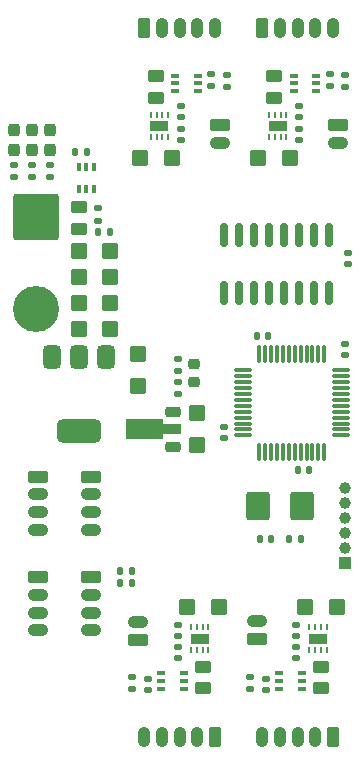
<source format=gts>
G04 #@! TF.GenerationSoftware,KiCad,Pcbnew,9.0.2*
G04 #@! TF.CreationDate,2025-07-21T23:06:58-07:00*
G04 #@! TF.ProjectId,servo-drive,73657276-6f2d-4647-9269-76652e6b6963,rev?*
G04 #@! TF.SameCoordinates,Original*
G04 #@! TF.FileFunction,Soldermask,Top*
G04 #@! TF.FilePolarity,Negative*
%FSLAX46Y46*%
G04 Gerber Fmt 4.6, Leading zero omitted, Abs format (unit mm)*
G04 Created by KiCad (PCBNEW 9.0.2) date 2025-07-21 23:06:58*
%MOMM*%
%LPD*%
G01*
G04 APERTURE LIST*
G04 Aperture macros list*
%AMRoundRect*
0 Rectangle with rounded corners*
0 $1 Rounding radius*
0 $2 $3 $4 $5 $6 $7 $8 $9 X,Y pos of 4 corners*
0 Add a 4 corners polygon primitive as box body*
4,1,4,$2,$3,$4,$5,$6,$7,$8,$9,$2,$3,0*
0 Add four circle primitives for the rounded corners*
1,1,$1+$1,$2,$3*
1,1,$1+$1,$4,$5*
1,1,$1+$1,$6,$7*
1,1,$1+$1,$8,$9*
0 Add four rect primitives between the rounded corners*
20,1,$1+$1,$2,$3,$4,$5,0*
20,1,$1+$1,$4,$5,$6,$7,0*
20,1,$1+$1,$6,$7,$8,$9,0*
20,1,$1+$1,$8,$9,$2,$3,0*%
%AMFreePoly0*
4,1,9,3.862500,-0.866500,0.737500,-0.866500,0.737500,-0.450000,-0.737500,-0.450000,-0.737500,0.450000,0.737500,0.450000,0.737500,0.866500,3.862500,0.866500,3.862500,-0.866500,3.862500,-0.866500,$1*%
G04 Aperture macros list end*
%ADD10RoundRect,0.140000X-0.170000X0.140000X-0.170000X-0.140000X0.170000X-0.140000X0.170000X0.140000X0*%
%ADD11RoundRect,0.135000X-0.185000X0.135000X-0.185000X-0.135000X0.185000X-0.135000X0.185000X0.135000X0*%
%ADD12RoundRect,0.250000X-0.265000X-0.615000X0.265000X-0.615000X0.265000X0.615000X-0.265000X0.615000X0*%
%ADD13O,1.030000X1.730000*%
%ADD14RoundRect,0.140000X0.170000X-0.140000X0.170000X0.140000X-0.170000X0.140000X-0.170000X-0.140000X0*%
%ADD15RoundRect,0.225000X0.250000X-0.225000X0.250000X0.225000X-0.250000X0.225000X-0.250000X-0.225000X0*%
%ADD16RoundRect,0.250002X-1.699998X1.699998X-1.699998X-1.699998X1.699998X-1.699998X1.699998X1.699998X0*%
%ADD17C,3.900000*%
%ADD18RoundRect,0.135000X-0.135000X-0.185000X0.135000X-0.185000X0.135000X0.185000X-0.135000X0.185000X0*%
%ADD19RoundRect,0.250000X0.615000X-0.265000X0.615000X0.265000X-0.615000X0.265000X-0.615000X-0.265000X0*%
%ADD20O,1.730000X1.030000*%
%ADD21RoundRect,0.135000X0.185000X-0.135000X0.185000X0.135000X-0.185000X0.135000X-0.185000X-0.135000X0*%
%ADD22RoundRect,0.062500X-0.062500X0.187500X-0.062500X-0.187500X0.062500X-0.187500X0.062500X0.187500X0*%
%ADD23R,1.600000X0.900000*%
%ADD24RoundRect,0.250000X-0.615000X0.265000X-0.615000X-0.265000X0.615000X-0.265000X0.615000X0.265000X0*%
%ADD25RoundRect,0.075000X0.075000X-0.662500X0.075000X0.662500X-0.075000X0.662500X-0.075000X-0.662500X0*%
%ADD26RoundRect,0.075000X0.662500X-0.075000X0.662500X0.075000X-0.662500X0.075000X-0.662500X-0.075000X0*%
%ADD27RoundRect,0.100000X-0.225000X-0.100000X0.225000X-0.100000X0.225000X0.100000X-0.225000X0.100000X0*%
%ADD28RoundRect,0.140000X0.140000X0.170000X-0.140000X0.170000X-0.140000X-0.170000X0.140000X-0.170000X0*%
%ADD29RoundRect,0.225000X0.425000X0.225000X-0.425000X0.225000X-0.425000X-0.225000X0.425000X-0.225000X0*%
%ADD30FreePoly0,180.000000*%
%ADD31RoundRect,0.250000X-0.457500X-0.445000X0.457500X-0.445000X0.457500X0.445000X-0.457500X0.445000X0*%
%ADD32RoundRect,0.250000X0.450000X-0.262500X0.450000X0.262500X-0.450000X0.262500X-0.450000X-0.262500X0*%
%ADD33RoundRect,0.250000X0.750000X0.950000X-0.750000X0.950000X-0.750000X-0.950000X0.750000X-0.950000X0*%
%ADD34RoundRect,0.250000X0.265000X0.615000X-0.265000X0.615000X-0.265000X-0.615000X0.265000X-0.615000X0*%
%ADD35RoundRect,0.100000X0.225000X0.100000X-0.225000X0.100000X-0.225000X-0.100000X0.225000X-0.100000X0*%
%ADD36RoundRect,0.250000X0.445000X-0.457500X0.445000X0.457500X-0.445000X0.457500X-0.445000X-0.457500X0*%
%ADD37RoundRect,0.150000X-0.150000X0.825000X-0.150000X-0.825000X0.150000X-0.825000X0.150000X0.825000X0*%
%ADD38RoundRect,0.250000X-0.445000X0.457500X-0.445000X-0.457500X0.445000X-0.457500X0.445000X0.457500X0*%
%ADD39RoundRect,0.375000X-0.375000X0.625000X-0.375000X-0.625000X0.375000X-0.625000X0.375000X0.625000X0*%
%ADD40RoundRect,0.500000X-1.400000X0.500000X-1.400000X-0.500000X1.400000X-0.500000X1.400000X0.500000X0*%
%ADD41RoundRect,0.100000X-0.100000X0.225000X-0.100000X-0.225000X0.100000X-0.225000X0.100000X0.225000X0*%
%ADD42RoundRect,0.237500X0.237500X-0.287500X0.237500X0.287500X-0.237500X0.287500X-0.237500X-0.287500X0*%
%ADD43RoundRect,0.250000X-0.450000X0.262500X-0.450000X-0.262500X0.450000X-0.262500X0.450000X0.262500X0*%
%ADD44RoundRect,0.140000X-0.140000X-0.170000X0.140000X-0.170000X0.140000X0.170000X-0.140000X0.170000X0*%
%ADD45RoundRect,0.250000X0.457500X0.445000X-0.457500X0.445000X-0.457500X-0.445000X0.457500X-0.445000X0*%
%ADD46RoundRect,0.062500X0.062500X-0.187500X0.062500X0.187500X-0.062500X0.187500X-0.062500X-0.187500X0*%
%ADD47R,1.000000X1.000000*%
%ADD48C,1.000000*%
G04 APERTURE END LIST*
D10*
X140200000Y-80420000D03*
X140200000Y-81380000D03*
D11*
X151500000Y-80490000D03*
X151500000Y-81510000D03*
D12*
X134500000Y-76500000D03*
D13*
X136000000Y-76500000D03*
X137500000Y-76500000D03*
X139000000Y-76500000D03*
X140500000Y-76500000D03*
D14*
X151750000Y-96480000D03*
X151750000Y-95520000D03*
D11*
X125000000Y-88115000D03*
X125000000Y-89135000D03*
D15*
X138700000Y-106475000D03*
X138700000Y-104925000D03*
D12*
X144500000Y-76500000D03*
D13*
X146000000Y-76500000D03*
X147500000Y-76500000D03*
X149000000Y-76500000D03*
X150500000Y-76500000D03*
D16*
X125330000Y-92475000D03*
D17*
X125330000Y-100275000D03*
D14*
X134800000Y-132580000D03*
X134800000Y-131620000D03*
D18*
X132490000Y-122500000D03*
X133510000Y-122500000D03*
D19*
X134000000Y-128300000D03*
D20*
X134000000Y-126800000D03*
D21*
X137400000Y-107510000D03*
X137400000Y-106490000D03*
D22*
X136550000Y-83850000D03*
X136050000Y-83850000D03*
X135550000Y-83850000D03*
X135050000Y-83850000D03*
X135050000Y-85750000D03*
X135550000Y-85750000D03*
X136050000Y-85750000D03*
X136550000Y-85750000D03*
D23*
X135800000Y-84800000D03*
D14*
X147600000Y-85980000D03*
X147600000Y-85020000D03*
D24*
X150950000Y-84750000D03*
D20*
X150950000Y-86250000D03*
D25*
X144250000Y-112412500D03*
X144750000Y-112412500D03*
X145250000Y-112412500D03*
X145750000Y-112412500D03*
X146250000Y-112412500D03*
X146750000Y-112412500D03*
X147250000Y-112412500D03*
X147750000Y-112412500D03*
X148250000Y-112412500D03*
X148750000Y-112412500D03*
X149250000Y-112412500D03*
X149750000Y-112412500D03*
D26*
X151162500Y-111000000D03*
X151162500Y-110500000D03*
X151162500Y-110000000D03*
X151162500Y-109500000D03*
X151162500Y-109000000D03*
X151162500Y-108500000D03*
X151162500Y-108000000D03*
X151162500Y-107500000D03*
X151162500Y-107000000D03*
X151162500Y-106500000D03*
X151162500Y-106000000D03*
X151162500Y-105500000D03*
D25*
X149750000Y-104087500D03*
X149250000Y-104087500D03*
X148750000Y-104087500D03*
X148250000Y-104087500D03*
X147750000Y-104087500D03*
X147250000Y-104087500D03*
X146750000Y-104087500D03*
X146250000Y-104087500D03*
X145750000Y-104087500D03*
X145250000Y-104087500D03*
X144750000Y-104087500D03*
X144250000Y-104087500D03*
D26*
X142837500Y-105500000D03*
X142837500Y-106000000D03*
X142837500Y-106500000D03*
X142837500Y-107000000D03*
X142837500Y-107500000D03*
X142837500Y-108000000D03*
X142837500Y-108500000D03*
X142837500Y-109000000D03*
X142837500Y-109500000D03*
X142837500Y-110000000D03*
X142837500Y-110500000D03*
X142837500Y-111000000D03*
D27*
X145950000Y-131150000D03*
X145950000Y-131800000D03*
X145950000Y-132450000D03*
X147850000Y-132450000D03*
X147850000Y-131800000D03*
X147850000Y-131150000D03*
D28*
X147750000Y-119750000D03*
X146790000Y-119750000D03*
D10*
X151500000Y-103270000D03*
X151500000Y-104230000D03*
D28*
X148500000Y-113950000D03*
X147540000Y-113950000D03*
D29*
X136950000Y-112000000D03*
D30*
X136862500Y-110500000D03*
D29*
X136950000Y-109000000D03*
D31*
X128947500Y-99800000D03*
X131652500Y-99800000D03*
D32*
X149500000Y-132412500D03*
X149500000Y-130587500D03*
D21*
X137400000Y-105520000D03*
X137400000Y-104500000D03*
D33*
X147850000Y-117000000D03*
X144150000Y-117000000D03*
D34*
X140500000Y-136500000D03*
D13*
X139000000Y-136500000D03*
X137500000Y-136500000D03*
X136000000Y-136500000D03*
X134500000Y-136500000D03*
D14*
X147400000Y-129880000D03*
X147400000Y-128920000D03*
D10*
X137400000Y-127020000D03*
X137400000Y-127980000D03*
D35*
X139050000Y-81850000D03*
X139050000Y-81200000D03*
X139050000Y-80550000D03*
X137150000Y-80550000D03*
X137150000Y-81200000D03*
X137150000Y-81850000D03*
D31*
X128947500Y-95400000D03*
X131652500Y-95400000D03*
D32*
X139500000Y-132412500D03*
X139500000Y-130587500D03*
D10*
X137600000Y-83120000D03*
X137600000Y-84080000D03*
D24*
X130000000Y-114500000D03*
D20*
X130000000Y-116000000D03*
X130000000Y-117500000D03*
X130000000Y-119000000D03*
D22*
X146550000Y-83850000D03*
X146050000Y-83850000D03*
X145550000Y-83850000D03*
X145050000Y-83850000D03*
X145050000Y-85750000D03*
X145550000Y-85750000D03*
X146050000Y-85750000D03*
X146550000Y-85750000D03*
D23*
X145800000Y-84800000D03*
D11*
X126500000Y-88115000D03*
X126500000Y-89135000D03*
D27*
X135950000Y-131150000D03*
X135950000Y-131800000D03*
X135950000Y-132450000D03*
X137850000Y-132450000D03*
X137850000Y-131800000D03*
X137850000Y-131150000D03*
D18*
X130590000Y-93800000D03*
X131610000Y-93800000D03*
D14*
X137600000Y-85980000D03*
X137600000Y-85020000D03*
D10*
X150200000Y-80420000D03*
X150200000Y-81380000D03*
D31*
X138147500Y-125500000D03*
X140852500Y-125500000D03*
X128947500Y-97600000D03*
X131652500Y-97600000D03*
D18*
X132490000Y-123500000D03*
X133510000Y-123500000D03*
D36*
X134000000Y-106852500D03*
X134000000Y-104147500D03*
D21*
X133500000Y-132510000D03*
X133500000Y-131490000D03*
D31*
X128947500Y-102000000D03*
X131652500Y-102000000D03*
D37*
X150195000Y-94025000D03*
X148925000Y-94025000D03*
X147655000Y-94025000D03*
X146385000Y-94025000D03*
X145115000Y-94025000D03*
X143845000Y-94025000D03*
X142575000Y-94025000D03*
X141305000Y-94025000D03*
X141305000Y-98975000D03*
X142575000Y-98975000D03*
X143845000Y-98975000D03*
X145115000Y-98975000D03*
X146385000Y-98975000D03*
X147655000Y-98975000D03*
X148925000Y-98975000D03*
X150195000Y-98975000D03*
D11*
X141500000Y-80490000D03*
X141500000Y-81510000D03*
D38*
X139000000Y-109147500D03*
X139000000Y-111852500D03*
D24*
X130000000Y-123000000D03*
D20*
X130000000Y-124500000D03*
X130000000Y-126000000D03*
X130000000Y-127500000D03*
D39*
X131300000Y-104350000D03*
X129000000Y-104350000D03*
D40*
X129000000Y-110650000D03*
D39*
X126700000Y-104350000D03*
D11*
X130600000Y-91790000D03*
X130600000Y-92810000D03*
D10*
X147600000Y-83120000D03*
X147600000Y-84080000D03*
D19*
X144050000Y-128250000D03*
D20*
X144050000Y-126750000D03*
D24*
X125500000Y-114500000D03*
D20*
X125500000Y-116000000D03*
X125500000Y-117500000D03*
X125500000Y-119000000D03*
D35*
X149050000Y-81850000D03*
X149050000Y-81200000D03*
X149050000Y-80550000D03*
X147150000Y-80550000D03*
X147150000Y-81200000D03*
X147150000Y-81850000D03*
D41*
X130250000Y-88250000D03*
X129600000Y-88250000D03*
X128950000Y-88250000D03*
X128950000Y-90150000D03*
X129600000Y-90150000D03*
X130250000Y-90150000D03*
D31*
X148147500Y-125500000D03*
X150852500Y-125500000D03*
D42*
X125000000Y-86875000D03*
X125000000Y-85125000D03*
D21*
X143500000Y-132510000D03*
X143500000Y-131490000D03*
D42*
X123500000Y-86875000D03*
X123500000Y-85125000D03*
D43*
X135500000Y-80587500D03*
X135500000Y-82412500D03*
D14*
X141300000Y-111230000D03*
X141300000Y-110270000D03*
D34*
X150500000Y-136500000D03*
D13*
X149000000Y-136500000D03*
X147500000Y-136500000D03*
X146000000Y-136500000D03*
X144500000Y-136500000D03*
D14*
X144800000Y-132580000D03*
X144800000Y-131620000D03*
D44*
X128670000Y-87050000D03*
X129630000Y-87050000D03*
D24*
X125500000Y-123000000D03*
D20*
X125500000Y-124500000D03*
X125500000Y-126000000D03*
X125500000Y-127500000D03*
D45*
X136852500Y-87500000D03*
X134147500Y-87500000D03*
D46*
X138450000Y-129150000D03*
X138950000Y-129150000D03*
X139450000Y-129150000D03*
X139950000Y-129150000D03*
X139950000Y-127250000D03*
X139450000Y-127250000D03*
X138950000Y-127250000D03*
X138450000Y-127250000D03*
D23*
X139200000Y-128200000D03*
D44*
X144290000Y-119750000D03*
X145250000Y-119750000D03*
D14*
X137400000Y-129880000D03*
X137400000Y-128920000D03*
D11*
X123500000Y-88115000D03*
X123500000Y-89135000D03*
D46*
X148450000Y-129150000D03*
X148950000Y-129150000D03*
X149450000Y-129150000D03*
X149950000Y-129150000D03*
X149950000Y-127250000D03*
X149450000Y-127250000D03*
X148950000Y-127250000D03*
X148450000Y-127250000D03*
D23*
X149200000Y-128200000D03*
D47*
X151500000Y-121810000D03*
D48*
X151500000Y-120540000D03*
X151500000Y-119270000D03*
X151500000Y-118000000D03*
X151500000Y-116730000D03*
X151500000Y-115460000D03*
D10*
X147400000Y-127020000D03*
X147400000Y-127980000D03*
D24*
X140950000Y-84750000D03*
D20*
X140950000Y-86250000D03*
D44*
X144020000Y-102550000D03*
X144980000Y-102550000D03*
D32*
X129000000Y-93512500D03*
X129000000Y-91687500D03*
D45*
X146852500Y-87500000D03*
X144147500Y-87500000D03*
D42*
X126500000Y-86875000D03*
X126500000Y-85125000D03*
D43*
X145500000Y-80587500D03*
X145500000Y-82412500D03*
M02*

</source>
